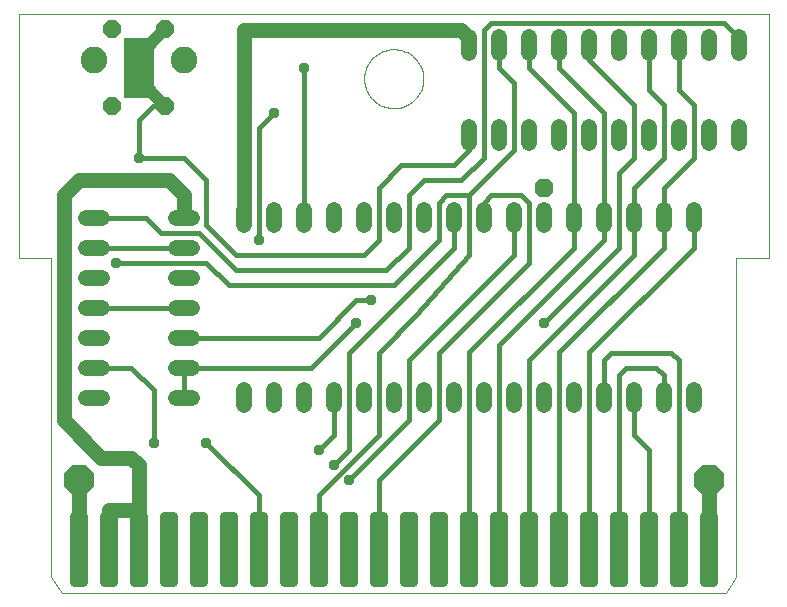
<source format=gtl>
G75*
G70*
%OFA0B0*%
%FSLAX24Y24*%
%IPPOS*%
%LPD*%
%AMOC8*
5,1,8,0,0,1.08239X$1,22.5*
%
%ADD10C,0.0300*%
%ADD11C,0.0000*%
%ADD12C,0.0520*%
%ADD13R,0.1000X0.2000*%
%ADD14OC8,0.0600*%
%ADD15OC8,0.0630*%
%ADD16OC8,0.1000*%
%ADD17C,0.0500*%
%ADD18C,0.0886*%
%ADD19OC8,0.0356*%
%ADD20C,0.0160*%
%ADD21C,0.0400*%
D10*
X002354Y000847D02*
X002654Y000847D01*
X002354Y000847D02*
X002354Y003047D01*
X002654Y003047D01*
X002654Y000847D01*
X002654Y001146D02*
X002354Y001146D01*
X002354Y001445D02*
X002654Y001445D01*
X002654Y001744D02*
X002354Y001744D01*
X002354Y002043D02*
X002654Y002043D01*
X002654Y002342D02*
X002354Y002342D01*
X002354Y002641D02*
X002654Y002641D01*
X002654Y002940D02*
X002354Y002940D01*
X003354Y000847D02*
X003654Y000847D01*
X003354Y000847D02*
X003354Y003047D01*
X003654Y003047D01*
X003654Y000847D01*
X003654Y001146D02*
X003354Y001146D01*
X003354Y001445D02*
X003654Y001445D01*
X003654Y001744D02*
X003354Y001744D01*
X003354Y002043D02*
X003654Y002043D01*
X003654Y002342D02*
X003354Y002342D01*
X003354Y002641D02*
X003654Y002641D01*
X003654Y002940D02*
X003354Y002940D01*
X004354Y000847D02*
X004654Y000847D01*
X004354Y000847D02*
X004354Y003047D01*
X004654Y003047D01*
X004654Y000847D01*
X004654Y001146D02*
X004354Y001146D01*
X004354Y001445D02*
X004654Y001445D01*
X004654Y001744D02*
X004354Y001744D01*
X004354Y002043D02*
X004654Y002043D01*
X004654Y002342D02*
X004354Y002342D01*
X004354Y002641D02*
X004654Y002641D01*
X004654Y002940D02*
X004354Y002940D01*
X005354Y000847D02*
X005654Y000847D01*
X005354Y000847D02*
X005354Y003047D01*
X005654Y003047D01*
X005654Y000847D01*
X005654Y001146D02*
X005354Y001146D01*
X005354Y001445D02*
X005654Y001445D01*
X005654Y001744D02*
X005354Y001744D01*
X005354Y002043D02*
X005654Y002043D01*
X005654Y002342D02*
X005354Y002342D01*
X005354Y002641D02*
X005654Y002641D01*
X005654Y002940D02*
X005354Y002940D01*
X006354Y000847D02*
X006654Y000847D01*
X006354Y000847D02*
X006354Y003047D01*
X006654Y003047D01*
X006654Y000847D01*
X006654Y001146D02*
X006354Y001146D01*
X006354Y001445D02*
X006654Y001445D01*
X006654Y001744D02*
X006354Y001744D01*
X006354Y002043D02*
X006654Y002043D01*
X006654Y002342D02*
X006354Y002342D01*
X006354Y002641D02*
X006654Y002641D01*
X006654Y002940D02*
X006354Y002940D01*
X007354Y000847D02*
X007654Y000847D01*
X007354Y000847D02*
X007354Y003047D01*
X007654Y003047D01*
X007654Y000847D01*
X007654Y001146D02*
X007354Y001146D01*
X007354Y001445D02*
X007654Y001445D01*
X007654Y001744D02*
X007354Y001744D01*
X007354Y002043D02*
X007654Y002043D01*
X007654Y002342D02*
X007354Y002342D01*
X007354Y002641D02*
X007654Y002641D01*
X007654Y002940D02*
X007354Y002940D01*
X008354Y000847D02*
X008654Y000847D01*
X008354Y000847D02*
X008354Y003047D01*
X008654Y003047D01*
X008654Y000847D01*
X008654Y001146D02*
X008354Y001146D01*
X008354Y001445D02*
X008654Y001445D01*
X008654Y001744D02*
X008354Y001744D01*
X008354Y002043D02*
X008654Y002043D01*
X008654Y002342D02*
X008354Y002342D01*
X008354Y002641D02*
X008654Y002641D01*
X008654Y002940D02*
X008354Y002940D01*
X009354Y000847D02*
X009654Y000847D01*
X009354Y000847D02*
X009354Y003047D01*
X009654Y003047D01*
X009654Y000847D01*
X009654Y001146D02*
X009354Y001146D01*
X009354Y001445D02*
X009654Y001445D01*
X009654Y001744D02*
X009354Y001744D01*
X009354Y002043D02*
X009654Y002043D01*
X009654Y002342D02*
X009354Y002342D01*
X009354Y002641D02*
X009654Y002641D01*
X009654Y002940D02*
X009354Y002940D01*
X010354Y000847D02*
X010654Y000847D01*
X010354Y000847D02*
X010354Y003047D01*
X010654Y003047D01*
X010654Y000847D01*
X010654Y001146D02*
X010354Y001146D01*
X010354Y001445D02*
X010654Y001445D01*
X010654Y001744D02*
X010354Y001744D01*
X010354Y002043D02*
X010654Y002043D01*
X010654Y002342D02*
X010354Y002342D01*
X010354Y002641D02*
X010654Y002641D01*
X010654Y002940D02*
X010354Y002940D01*
X011354Y000847D02*
X011654Y000847D01*
X011354Y000847D02*
X011354Y003047D01*
X011654Y003047D01*
X011654Y000847D01*
X011654Y001146D02*
X011354Y001146D01*
X011354Y001445D02*
X011654Y001445D01*
X011654Y001744D02*
X011354Y001744D01*
X011354Y002043D02*
X011654Y002043D01*
X011654Y002342D02*
X011354Y002342D01*
X011354Y002641D02*
X011654Y002641D01*
X011654Y002940D02*
X011354Y002940D01*
X012354Y000847D02*
X012654Y000847D01*
X012354Y000847D02*
X012354Y003047D01*
X012654Y003047D01*
X012654Y000847D01*
X012654Y001146D02*
X012354Y001146D01*
X012354Y001445D02*
X012654Y001445D01*
X012654Y001744D02*
X012354Y001744D01*
X012354Y002043D02*
X012654Y002043D01*
X012654Y002342D02*
X012354Y002342D01*
X012354Y002641D02*
X012654Y002641D01*
X012654Y002940D02*
X012354Y002940D01*
X013354Y000847D02*
X013654Y000847D01*
X013354Y000847D02*
X013354Y003047D01*
X013654Y003047D01*
X013654Y000847D01*
X013654Y001146D02*
X013354Y001146D01*
X013354Y001445D02*
X013654Y001445D01*
X013654Y001744D02*
X013354Y001744D01*
X013354Y002043D02*
X013654Y002043D01*
X013654Y002342D02*
X013354Y002342D01*
X013354Y002641D02*
X013654Y002641D01*
X013654Y002940D02*
X013354Y002940D01*
X014354Y000847D02*
X014654Y000847D01*
X014354Y000847D02*
X014354Y003047D01*
X014654Y003047D01*
X014654Y000847D01*
X014654Y001146D02*
X014354Y001146D01*
X014354Y001445D02*
X014654Y001445D01*
X014654Y001744D02*
X014354Y001744D01*
X014354Y002043D02*
X014654Y002043D01*
X014654Y002342D02*
X014354Y002342D01*
X014354Y002641D02*
X014654Y002641D01*
X014654Y002940D02*
X014354Y002940D01*
X015354Y000847D02*
X015654Y000847D01*
X015354Y000847D02*
X015354Y003047D01*
X015654Y003047D01*
X015654Y000847D01*
X015654Y001146D02*
X015354Y001146D01*
X015354Y001445D02*
X015654Y001445D01*
X015654Y001744D02*
X015354Y001744D01*
X015354Y002043D02*
X015654Y002043D01*
X015654Y002342D02*
X015354Y002342D01*
X015354Y002641D02*
X015654Y002641D01*
X015654Y002940D02*
X015354Y002940D01*
X016354Y000847D02*
X016654Y000847D01*
X016354Y000847D02*
X016354Y003047D01*
X016654Y003047D01*
X016654Y000847D01*
X016654Y001146D02*
X016354Y001146D01*
X016354Y001445D02*
X016654Y001445D01*
X016654Y001744D02*
X016354Y001744D01*
X016354Y002043D02*
X016654Y002043D01*
X016654Y002342D02*
X016354Y002342D01*
X016354Y002641D02*
X016654Y002641D01*
X016654Y002940D02*
X016354Y002940D01*
X017354Y000847D02*
X017654Y000847D01*
X017354Y000847D02*
X017354Y003047D01*
X017654Y003047D01*
X017654Y000847D01*
X017654Y001146D02*
X017354Y001146D01*
X017354Y001445D02*
X017654Y001445D01*
X017654Y001744D02*
X017354Y001744D01*
X017354Y002043D02*
X017654Y002043D01*
X017654Y002342D02*
X017354Y002342D01*
X017354Y002641D02*
X017654Y002641D01*
X017654Y002940D02*
X017354Y002940D01*
X018354Y000847D02*
X018654Y000847D01*
X018354Y000847D02*
X018354Y003047D01*
X018654Y003047D01*
X018654Y000847D01*
X018654Y001146D02*
X018354Y001146D01*
X018354Y001445D02*
X018654Y001445D01*
X018654Y001744D02*
X018354Y001744D01*
X018354Y002043D02*
X018654Y002043D01*
X018654Y002342D02*
X018354Y002342D01*
X018354Y002641D02*
X018654Y002641D01*
X018654Y002940D02*
X018354Y002940D01*
X019354Y000847D02*
X019654Y000847D01*
X019354Y000847D02*
X019354Y003047D01*
X019654Y003047D01*
X019654Y000847D01*
X019654Y001146D02*
X019354Y001146D01*
X019354Y001445D02*
X019654Y001445D01*
X019654Y001744D02*
X019354Y001744D01*
X019354Y002043D02*
X019654Y002043D01*
X019654Y002342D02*
X019354Y002342D01*
X019354Y002641D02*
X019654Y002641D01*
X019654Y002940D02*
X019354Y002940D01*
X020354Y000847D02*
X020654Y000847D01*
X020354Y000847D02*
X020354Y003047D01*
X020654Y003047D01*
X020654Y000847D01*
X020654Y001146D02*
X020354Y001146D01*
X020354Y001445D02*
X020654Y001445D01*
X020654Y001744D02*
X020354Y001744D01*
X020354Y002043D02*
X020654Y002043D01*
X020654Y002342D02*
X020354Y002342D01*
X020354Y002641D02*
X020654Y002641D01*
X020654Y002940D02*
X020354Y002940D01*
X021354Y000847D02*
X021654Y000847D01*
X021354Y000847D02*
X021354Y003047D01*
X021654Y003047D01*
X021654Y000847D01*
X021654Y001146D02*
X021354Y001146D01*
X021354Y001445D02*
X021654Y001445D01*
X021654Y001744D02*
X021354Y001744D01*
X021354Y002043D02*
X021654Y002043D01*
X021654Y002342D02*
X021354Y002342D01*
X021354Y002641D02*
X021654Y002641D01*
X021654Y002940D02*
X021354Y002940D01*
X022354Y000847D02*
X022654Y000847D01*
X022354Y000847D02*
X022354Y003047D01*
X022654Y003047D01*
X022654Y000847D01*
X022654Y001146D02*
X022354Y001146D01*
X022354Y001445D02*
X022654Y001445D01*
X022654Y001744D02*
X022354Y001744D01*
X022354Y002043D02*
X022654Y002043D01*
X022654Y002342D02*
X022354Y002342D01*
X022354Y002641D02*
X022654Y002641D01*
X022654Y002940D02*
X022354Y002940D01*
X023354Y000847D02*
X023654Y000847D01*
X023354Y000847D02*
X023354Y003047D01*
X023654Y003047D01*
X023654Y000847D01*
X023654Y001146D02*
X023354Y001146D01*
X023354Y001445D02*
X023654Y001445D01*
X023654Y001744D02*
X023354Y001744D01*
X023354Y002043D02*
X023654Y002043D01*
X023654Y002342D02*
X023354Y002342D01*
X023354Y002641D02*
X023654Y002641D01*
X023654Y002940D02*
X023354Y002940D01*
D11*
X001937Y000500D02*
X001583Y001012D01*
X001583Y011646D01*
X000500Y011646D01*
X000500Y019791D01*
X025500Y019791D01*
X025500Y011646D01*
X024417Y011646D01*
X024417Y001012D01*
X024063Y000500D01*
X001937Y000500D01*
X012016Y017626D02*
X012018Y017688D01*
X012024Y017751D01*
X012034Y017812D01*
X012048Y017873D01*
X012065Y017933D01*
X012086Y017992D01*
X012112Y018049D01*
X012140Y018104D01*
X012172Y018158D01*
X012208Y018209D01*
X012246Y018259D01*
X012288Y018305D01*
X012332Y018349D01*
X012380Y018390D01*
X012429Y018428D01*
X012481Y018462D01*
X012535Y018493D01*
X012591Y018521D01*
X012649Y018545D01*
X012708Y018566D01*
X012768Y018582D01*
X012829Y018595D01*
X012891Y018604D01*
X012953Y018609D01*
X013016Y018610D01*
X013078Y018607D01*
X013140Y018600D01*
X013202Y018589D01*
X013262Y018574D01*
X013322Y018556D01*
X013380Y018534D01*
X013437Y018508D01*
X013492Y018478D01*
X013545Y018445D01*
X013596Y018409D01*
X013644Y018370D01*
X013690Y018327D01*
X013733Y018282D01*
X013773Y018234D01*
X013810Y018184D01*
X013844Y018131D01*
X013875Y018077D01*
X013901Y018021D01*
X013925Y017963D01*
X013944Y017903D01*
X013960Y017843D01*
X013972Y017781D01*
X013980Y017720D01*
X013984Y017657D01*
X013984Y017595D01*
X013980Y017532D01*
X013972Y017471D01*
X013960Y017409D01*
X013944Y017349D01*
X013925Y017289D01*
X013901Y017231D01*
X013875Y017175D01*
X013844Y017121D01*
X013810Y017068D01*
X013773Y017018D01*
X013733Y016970D01*
X013690Y016925D01*
X013644Y016882D01*
X013596Y016843D01*
X013545Y016807D01*
X013492Y016774D01*
X013437Y016744D01*
X013380Y016718D01*
X013322Y016696D01*
X013262Y016678D01*
X013202Y016663D01*
X013140Y016652D01*
X013078Y016645D01*
X013016Y016642D01*
X012953Y016643D01*
X012891Y016648D01*
X012829Y016657D01*
X012768Y016670D01*
X012708Y016686D01*
X012649Y016707D01*
X012591Y016731D01*
X012535Y016759D01*
X012481Y016790D01*
X012429Y016824D01*
X012380Y016862D01*
X012332Y016903D01*
X012288Y016947D01*
X012246Y016993D01*
X012208Y017043D01*
X012172Y017094D01*
X012140Y017148D01*
X012112Y017203D01*
X012086Y017260D01*
X012065Y017319D01*
X012048Y017379D01*
X012034Y017440D01*
X012024Y017501D01*
X012018Y017564D01*
X012016Y017626D01*
D12*
X015500Y018490D02*
X015500Y019010D01*
X016500Y019010D02*
X016500Y018490D01*
X017500Y018490D02*
X017500Y019010D01*
X018500Y019010D02*
X018500Y018490D01*
X019500Y018490D02*
X019500Y019010D01*
X020500Y019010D02*
X020500Y018490D01*
X021500Y018490D02*
X021500Y019010D01*
X022500Y019010D02*
X022500Y018490D01*
X023500Y018490D02*
X023500Y019010D01*
X024500Y019010D02*
X024500Y018490D01*
X024500Y016010D02*
X024500Y015490D01*
X023500Y015490D02*
X023500Y016010D01*
X022500Y016010D02*
X022500Y015490D01*
X021500Y015490D02*
X021500Y016010D01*
X020500Y016010D02*
X020500Y015490D01*
X019500Y015490D02*
X019500Y016010D01*
X018500Y016010D02*
X018500Y015490D01*
X017500Y015490D02*
X017500Y016010D01*
X016500Y016010D02*
X016500Y015490D01*
X015500Y015490D02*
X015500Y016010D01*
X015000Y013260D02*
X015000Y012740D01*
X014000Y012740D02*
X014000Y013260D01*
X013000Y013260D02*
X013000Y012740D01*
X012000Y012740D02*
X012000Y013260D01*
X011000Y013260D02*
X011000Y012740D01*
X010000Y012740D02*
X010000Y013260D01*
X009000Y013260D02*
X009000Y012740D01*
X008000Y012740D02*
X008000Y013260D01*
X006260Y013000D02*
X005740Y013000D01*
X005740Y012000D02*
X006260Y012000D01*
X006260Y011000D02*
X005740Y011000D01*
X005740Y010000D02*
X006260Y010000D01*
X006260Y009000D02*
X005740Y009000D01*
X005740Y008000D02*
X006260Y008000D01*
X006260Y007000D02*
X005740Y007000D01*
X008000Y006740D02*
X008000Y007260D01*
X009000Y007260D02*
X009000Y006740D01*
X010000Y006740D02*
X010000Y007260D01*
X011000Y007260D02*
X011000Y006740D01*
X012000Y006740D02*
X012000Y007260D01*
X013000Y007260D02*
X013000Y006740D01*
X014000Y006740D02*
X014000Y007260D01*
X015000Y007260D02*
X015000Y006740D01*
X016000Y006740D02*
X016000Y007260D01*
X017000Y007260D02*
X017000Y006740D01*
X018000Y006740D02*
X018000Y007260D01*
X019000Y007260D02*
X019000Y006740D01*
X020000Y006740D02*
X020000Y007260D01*
X021000Y007260D02*
X021000Y006740D01*
X022000Y006740D02*
X022000Y007260D01*
X023000Y007260D02*
X023000Y006740D01*
X023000Y012740D02*
X023000Y013260D01*
X022000Y013260D02*
X022000Y012740D01*
X021000Y012740D02*
X021000Y013260D01*
X020000Y013260D02*
X020000Y012740D01*
X019000Y012740D02*
X019000Y013260D01*
X018000Y013260D02*
X018000Y012740D01*
X017000Y012740D02*
X017000Y013260D01*
X016000Y013260D02*
X016000Y012740D01*
X003260Y013000D02*
X002740Y013000D01*
X002740Y012000D02*
X003260Y012000D01*
X003260Y011000D02*
X002740Y011000D01*
X002740Y010000D02*
X003260Y010000D01*
X003260Y009000D02*
X002740Y009000D01*
X002740Y008000D02*
X003260Y008000D01*
X003260Y007000D02*
X002740Y007000D01*
D13*
X004500Y018000D03*
D14*
X003614Y016720D03*
X005386Y016720D03*
X005386Y019280D03*
X003614Y019280D03*
D15*
X018000Y014000D03*
D16*
X023500Y004250D03*
X002500Y004250D03*
D17*
X002500Y002201D01*
X002504Y001947D01*
X002504Y004246D01*
X002500Y004250D01*
X003250Y005000D02*
X002000Y006250D01*
X002000Y013750D01*
X002500Y014250D01*
X005500Y014250D01*
X006000Y013750D01*
X006000Y013000D01*
X008000Y013000D02*
X008000Y014250D01*
X008000Y015750D01*
X008000Y017250D01*
X008000Y018750D01*
X008000Y019250D01*
X015250Y019250D01*
X015500Y019000D01*
X015500Y018750D01*
X004250Y005000D02*
X003250Y005000D01*
X004250Y005000D02*
X004504Y004746D01*
X004504Y001947D01*
X004500Y002201D01*
X004500Y003250D01*
X003500Y003250D01*
X003504Y003246D01*
X003504Y001947D01*
X023500Y002201D02*
X023504Y001947D01*
X023504Y004246D01*
X023500Y004250D01*
X023500Y002201D01*
D18*
X006000Y018250D03*
X003000Y018250D03*
D19*
X004504Y015000D03*
X008000Y014250D03*
X008000Y015750D03*
X009000Y016500D03*
X008000Y017250D03*
X008000Y018750D03*
X010000Y018000D03*
X008500Y012250D03*
X012250Y010250D03*
X011750Y009500D03*
X006750Y005500D03*
X005000Y005500D03*
X010500Y005250D03*
X011000Y004750D03*
X011500Y004250D03*
X018000Y009500D03*
X003750Y011500D03*
D20*
X006750Y011500D01*
X007500Y010750D01*
X013000Y010750D01*
X014500Y012250D01*
X014500Y013500D01*
X014750Y013750D01*
X015500Y013750D01*
X015500Y011750D01*
X013750Y009750D01*
X012500Y008500D01*
X012500Y005750D01*
X010504Y003754D01*
X010496Y003754D01*
X010504Y003754D02*
X010504Y001947D01*
X012504Y001947D02*
X012504Y004254D01*
X014500Y006250D01*
X014500Y008500D01*
X017500Y011500D01*
X017500Y013500D01*
X017250Y013750D01*
X016250Y013750D01*
X016000Y013500D01*
X016000Y013000D01*
X015500Y013750D02*
X017000Y015250D01*
X017000Y017500D01*
X016500Y018000D01*
X016500Y018750D01*
X016000Y019250D02*
X016250Y019500D01*
X024000Y019500D01*
X024500Y019000D01*
X024500Y018750D01*
X022500Y018750D02*
X022500Y017250D01*
X023000Y016750D01*
X023000Y015000D01*
X022000Y014000D01*
X022000Y013000D01*
X022000Y012000D01*
X018504Y008504D01*
X018504Y001947D01*
X019504Y001947D02*
X019504Y008504D01*
X023000Y012000D01*
X023000Y013000D01*
X021000Y013000D02*
X021000Y011750D01*
X017504Y008254D01*
X017504Y001947D01*
X016504Y001947D02*
X016504Y008754D01*
X020000Y012250D01*
X020000Y013000D01*
X020000Y016500D01*
X018500Y018000D01*
X018500Y018750D01*
X017500Y018750D02*
X017500Y018000D01*
X019000Y016500D01*
X019000Y013000D01*
X019000Y012000D01*
X015504Y008504D01*
X015504Y001947D01*
X011500Y004250D02*
X013500Y006250D01*
X013500Y008250D01*
X017000Y011750D01*
X017000Y013000D01*
X015250Y014250D02*
X016000Y015000D01*
X016000Y019250D01*
X019500Y018750D02*
X019500Y018250D01*
X021000Y016750D01*
X021000Y015000D01*
X020500Y014500D01*
X020500Y012000D01*
X018000Y009500D01*
X020000Y008250D02*
X020000Y007000D01*
X020504Y007754D02*
X020750Y008000D01*
X021750Y008000D01*
X022000Y007750D01*
X022000Y007000D01*
X021000Y007000D02*
X021000Y005750D01*
X021504Y005246D01*
X021504Y001947D01*
X022504Y001947D02*
X022504Y008246D01*
X022250Y008500D01*
X020250Y008500D01*
X020000Y008250D01*
X020504Y007754D02*
X020504Y001947D01*
X011500Y005250D02*
X011000Y004750D01*
X010500Y005250D02*
X011000Y005750D01*
X011000Y007000D01*
X010250Y008000D02*
X011750Y009500D01*
X011750Y010250D02*
X012250Y010250D01*
X011750Y010250D02*
X010500Y009000D01*
X006000Y009000D01*
X006000Y008000D02*
X010250Y008000D01*
X011500Y008500D02*
X011500Y005250D01*
X008504Y003746D02*
X006750Y005500D01*
X005000Y005500D02*
X005000Y007250D01*
X004250Y008000D01*
X003000Y008000D01*
X003000Y010000D02*
X006000Y010000D01*
X007750Y011250D02*
X012750Y011250D01*
X013500Y012000D01*
X013500Y013750D01*
X014000Y014250D01*
X015250Y014250D01*
X015000Y014750D02*
X013250Y014750D01*
X012500Y014000D01*
X012500Y012250D01*
X012000Y011750D01*
X007750Y011750D01*
X006750Y012750D01*
X006750Y014250D01*
X006000Y015000D01*
X004504Y015000D01*
X004500Y015004D01*
X004500Y016250D01*
X004970Y016720D01*
X005386Y016720D01*
X008500Y016000D02*
X009000Y016500D01*
X008500Y016000D02*
X008500Y012250D01*
X007750Y011250D02*
X006500Y012500D01*
X005250Y012500D01*
X004750Y013000D01*
X003000Y013000D01*
X003000Y012000D02*
X006000Y012000D01*
X010000Y013000D02*
X010000Y018000D01*
X015000Y014750D02*
X015500Y015250D01*
X015500Y015750D01*
X015000Y013000D02*
X015000Y012000D01*
X011500Y008500D01*
X006000Y008000D02*
X006000Y007000D01*
X008504Y003746D02*
X008504Y001947D01*
X021000Y013000D02*
X021000Y014000D01*
X022000Y015000D01*
X022000Y016750D01*
X021500Y017250D01*
X021500Y018750D01*
D21*
X005386Y019280D02*
X004500Y018394D01*
X004500Y018000D01*
X004500Y017606D01*
X005386Y016720D01*
M02*

</source>
